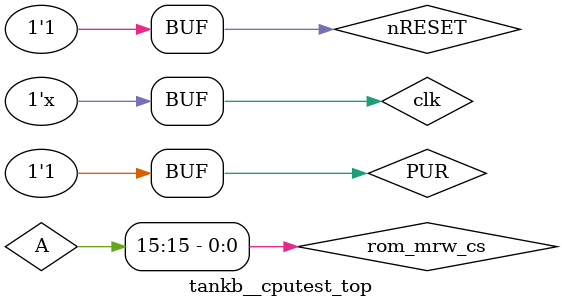
<source format=v>
module tankb__cputest_top;

//wire & reg setup
reg PUR=1'b1;
reg clk = 1'b0;
reg nRESET = 1'b1;
wire Phi2,cpu_clken;

//start simulation specific
initial begin
    #10 nRESET=1'b0;
	#1 PUR=1'b0;
	#50 PUR=1'b1;
    #70 nRESET = 1'b1;	
  end
 
always #1 clk <= ~clk;
//end simulation specific

clock cpu_clk1(
    .clk(clk),
    .rst_n(nRESET),
	.Phi2(Phi2),
    .cpu_clken(cpu_clken)
    );

//CPU 6502
wire [15:0] A;
wire r_w;
wire [7:0] cpudata_in,cpudata_out;

arlet_6502 my_cpu(
    .clk    (Phi2),
    .enable (1'b1),
    .rst_n  (nRESET),
    .ab     (A),
    .dbi    (cpudata_in),
    .dbo    (cpudata_out),
    .we     (r_w),
    .irq_n  (1'b1),
    .nmi_n  (1'b1),
    .ready  (1'b1),
    .pc_monitor ()
    );

//end of CPU 6502  
//start of ROM
wire [7:0] romdata_out;

rom2716_mrw mrw1(
	.addr(A[10:0]),
	.clk(clk),
	.q(romdata_out)
    );

//end of ROM
//start of Address muxing
wire rom_mrw_cs = (A[15] == 1'b1);

assign cpudata_in = rom_mrw_cs ? romdata_out :
			 8'h00;

//end of Address muxing
endmodule 
</source>
